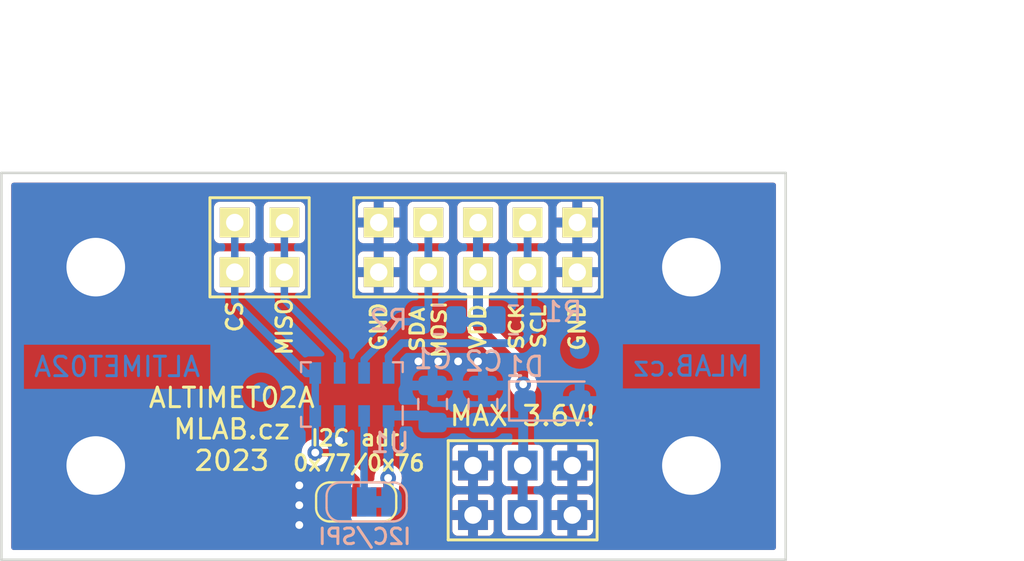
<source format=kicad_pcb>
(kicad_pcb (version 20221018) (generator pcbnew)
  (title_block (comment 2 "Digital altimeter  \\nand barometer sensor\\nwith I²C or SPI interface"))
  (layers (0 "F.Cu" signal) (31 "B.Cu" signal) (34 "B.Paste" user) (35 "F.Paste" user) (36 "B.SilkS" user "B.Silkscreen") (37 "F.SilkS" user "F.Silkscreen") (38 "B.Mask" user) (39 "F.Mask" user) (44 "Edge.Cuts" user))
  (net 0 "")
  (net 1 "VDD")
  (net 2 "MOSI{slash}SDA")
  (net 3 "MISO")
  (net 4 "CS{slash}A")
  (net 5 "/PS")
  (net 6 "GND")
  (net 7 "SCLK")
  (footprint "Mlab_Pin_Headers:Straight_2x05" (layer "F.Cu") (at 136.398 100.584 -90)
    (fp_text reference "J3" hide)
    (fp_text value "HEADER_2x05_PARALLEL" hide)
    (fp_line (start -2.54 -6.35) (end 2.54 -6.35) (stroke (width 0.15)) (layer "F.SilkS"))
    (fp_line (start -2.54 6.35) (end -2.54 -6.35) (stroke (width 0.15)) (layer "F.SilkS"))
    (fp_line (start 2.54 -6.35) (end 2.54 6.35) (stroke (width 0.15)) (layer "F.SilkS"))
    (fp_line (start 2.54 6.35) (end -2.54 6.35) (stroke (width 0.15)) (layer "F.SilkS"))
    (pad "1" thru_hole rect (at -1.27 -5.08 270) (size 1.524 1.524) (drill 0.889) (layers "*.Cu" "*.Mask" "F.SilkS") (net 6 "GND"))
    (pad "2" thru_hole rect (at 1.27 -5.08 270) (size 1.524 1.524) (drill 0.889) (layers "*.Cu" "*.Mask" "F.SilkS") (net 6 "GND"))
    (pad "3" thru_hole rect (at -1.27 -2.54 270) (size 1.524 1.524) (drill 0.889) (layers "*.Cu" "*.Mask" "F.SilkS") (net 7 "SCLK"))
    (pad "4" thru_hole rect (at 1.27 -2.54 270) (size 1.524 1.524) (drill 0.889) (layers "*.Cu" "*.Mask" "F.SilkS") (net 7 "SCLK"))
    (pad "5" thru_hole rect (at -1.27 0 270) (size 1.524 1.524) (drill 0.889) (layers "*.Cu" "*.Mask" "F.SilkS") (net 1 "VDD"))
    (pad "6" thru_hole rect (at 1.27 0 270) (size 1.524 1.524) (drill 0.889) (layers "*.Cu" "*.Mask" "F.SilkS") (net 1 "VDD"))
    (pad "7" thru_hole rect (at -1.27 2.54 270) (size 1.524 1.524) (drill 0.889) (layers "*.Cu" "*.Mask" "F.SilkS") (net 2 "MOSI{slash}SDA"))
    (pad "8" thru_hole rect (at 1.27 2.54 270) (size 1.524 1.524) (drill 0.889) (layers "*.Cu" "*.Mask" "F.SilkS") (net 2 "MOSI{slash}SDA"))
    (pad "9" thru_hole rect (at -1.27 5.08 270) (size 1.524 1.524) (drill 0.889) (layers "*.Cu" "*.Mask" "F.SilkS") (net 6 "GND"))
    (pad "10" thru_hole rect (at 1.27 5.08 270) (size 1.524 1.524) (drill 0.889) (layers "*.Cu" "*.Mask" "F.SilkS") (net 6 "GND"))
  )
  (footprint "Mlab_Pin_Headers:Straight_2x02" (layer "F.Cu") (at 125.222 100.584 -90)
    (fp_text reference "J1" hide)
    (fp_text value "HEADER_2x02_PARALLEL" hide)
    (fp_line (start -2.54 -2.54) (end 2.54 -2.54) (stroke (width 0.15)) (layer "F.SilkS"))
    (fp_line (start -2.54 2.54) (end -2.54 -2.54) (stroke (width 0.15)) (layer "F.SilkS"))
    (fp_line (start 2.54 -2.54) (end 2.54 2.54) (stroke (width 0.15)) (layer "F.SilkS"))
    (fp_line (start 2.54 2.54) (end -2.54 2.54) (stroke (width 0.15)) (layer "F.SilkS"))
    (pad "1" thru_hole rect (at -1.27 -1.27 270) (size 1.524 1.524) (drill 0.889) (layers "*.Cu" "*.Mask" "F.SilkS") (net 3 "MISO"))
    (pad "2" thru_hole rect (at 1.27 -1.27 270) (size 1.524 1.524) (drill 0.889) (layers "*.Cu" "*.Mask" "F.SilkS") (net 3 "MISO"))
    (pad "3" thru_hole rect (at -1.27 1.27 270) (size 1.524 1.524) (drill 0.889) (layers "*.Cu" "*.Mask" "F.SilkS") (net 4 "CS{slash}A"))
    (pad "4" thru_hole rect (at 1.27 1.27 270) (size 1.524 1.524) (drill 0.889) (layers "*.Cu" "*.Mask" "F.SilkS") (net 4 "CS{slash}A"))
  )
  (footprint "Mlab_Mechanical:MountingHole_3mm" (layer "F.Cu") (at 147.32 111.76)
    (fp_text reference "H1" hide)
    (fp_text value "MountingHole_Pad" hide)
    (pad "1" thru_hole circle (at 0 0) (size 6 6) (drill 3) (layers "*.Cu" "*.Mask") (net 6 "GND") (clearance 1))
  )
  (footprint "Mlab_Mechanical:MountingHole_3mm" (layer "F.Cu") (at 116.84 101.6)
    (fp_text reference "H4" hide)
    (fp_text value "MountingHole_Pad" hide)
    (pad "1" thru_hole circle (at 0 0) (size 6 6) (drill 3) (layers "*.Cu" "*.Mask") (net 6 "GND") (clearance 1))
  )
  (footprint "Mlab_Pin_Headers:Straight_2x03" (layer "F.Cu") (at 138.684 113.03 90)
    (fp_text reference "J2" hide)
    (fp_text value "HEADER_2x03_PARALLEL" hide)
    (fp_line (start -2.54 -3.81) (end 2.54 -3.81) (stroke (width 0.15)) (layer "F.SilkS"))
    (fp_line (start -2.54 3.81) (end -2.54 -3.81) (stroke (width 0.15)) (layer "F.SilkS"))
    (fp_line (start 2.54 -3.81) (end 2.54 3.81) (stroke (width 0.15)) (layer "F.SilkS"))
    (fp_line (start 2.54 3.81) (end -2.54 3.81) (stroke (width 0.15)) (layer "F.SilkS"))
    (pad "1" thru_hole rect (at -1.27 -2.54 90) (size 1.524 1.524) (drill 0.889) (layers "*.Cu" "*.Mask") (net 6 "GND"))
    (pad "2" thru_hole rect (at 1.27 -2.54 90) (size 1.524 1.524) (drill 0.889) (layers "*.Cu" "*.Mask") (net 6 "GND"))
    (pad "3" thru_hole rect (at -1.27 0 90) (size 1.524 1.524) (drill 0.889) (layers "*.Cu" "*.Mask") (net 1 "VDD"))
    (pad "4" thru_hole rect (at 1.27 0 90) (size 1.524 1.524) (drill 0.889) (layers "*.Cu" "*.Mask") (net 1 "VDD"))
    (pad "5" thru_hole rect (at -1.27 2.54 90) (size 1.524 1.524) (drill 0.889) (layers "*.Cu" "*.Mask") (net 6 "GND"))
    (pad "6" thru_hole rect (at 1.27 2.54 90) (size 1.524 1.524) (drill 0.889) (layers "*.Cu" "*.Mask") (net 6 "GND"))
  )
  (footprint "Jumper:SolderJumper-3_P1.3mm_Bridged12_RoundedPad1.0x1.5mm_NumberLabels" (layer "F.Cu") (at 130.165 113.626 180)
    (fp_text reference "JP3" hide)
    (fp_text value "SolderJumper_3_Bridged12")
    (fp_poly (pts (xy -0.9 -0.3) (xy -0.4 -0.3) (xy -0.4 0.3) (xy -0.9 0.3)) (fill solid) (layer "F.Cu"))
    (fp_line (start -2.05 0.3) (end -2.05 -0.3) (stroke (width 0.12)) (layer "F.SilkS"))
    (fp_line (start -1.4 -1) (end 1.4 -1) (stroke (width 0.12)) (layer "F.SilkS"))
    (fp_line (start 1.4 1) (end -1.4 1) (stroke (width 0.12)) (layer "F.SilkS"))
    (fp_line (start 2.05 -0.3) (end 2.05 0.3) (stroke (width 0.12)) (layer "F.SilkS"))
    (fp_arc (start -2.05 -0.3) (mid -1.844975 -0.794975) (end -1.35 -1) (stroke (width 0.12)) (layer "F.SilkS"))
    (fp_arc (start -1.35 1) (mid -1.844975 0.794975) (end -2.05 0.3) (stroke (width 0.12)) (layer "F.SilkS"))
    (fp_arc (start 1.35 -1) (mid 1.844975 -0.794975) (end 2.05 -0.3) (stroke (width 0.12)) (layer "F.SilkS"))
    (fp_arc (start 2.05 0.3) (mid 1.844975 0.794975) (end 1.35 1) (stroke (width 0.12)) (layer "F.SilkS"))
    (pad "1" smd custom (at -1.3 0 180) (size 1 0.5) (layers "F.Cu" "F.Mask") (net 1 "VDD") (options (clearance outline) (anchor rect)) (primitives (gr_poly (pts (xy 0.55 0.75) (xy 0 0.75) (xy 0 -0.75) (xy 0.55 -0.75)) (width 0) (fill yes)) (gr_circle (center 0 0.25) (end 0.5 0.25) (width 0) (fill yes)) (gr_circle (center 0 -0.25) (end 0.5 -0.25) (width 0) (fill yes))))
    (pad "2" smd rect (at 0 0 180) (size 1 1.5) (layers "F.Cu" "F.Mask") (net 4 "CS{slash}A"))
    (pad "3" smd custom (at 1.3 0 180) (size 1 0.5) (layers "F.Cu" "F.Mask") (net 6 "GND") (options (clearance outline) (anchor rect)) (primitives (gr_circle (center 0 0.25) (end 0.5 0.25) (width 0) (fill yes)) (gr_circle (center 0 -0.25) (end 0.5 -0.25) (width 0) (fill yes)) (gr_poly (pts (xy 0 0.75) (xy -0.55 0.75) (xy -0.55 -0.75) (xy 0 -0.75)) (width 0) (fill yes))))
  )
  (footprint "Mlab_Mechanical:MountingHole_3mm" (layer "F.Cu") (at 147.32 101.6)
    (fp_text reference "H3" hide)
    (fp_text value "MountingHole_Pad" hide)
    (pad "1" thru_hole circle (at 0 0) (size 6 6) (drill 3) (layers "*.Cu" "*.Mask") (net 6 "GND") (clearance 1))
  )
  (footprint "Mlab_Mechanical:MountingHole_3mm" (layer "F.Cu") (at 116.84 111.76)
    (fp_text reference "H2" hide)
    (fp_text value "MountingHole_Pad" hide)
    (pad "1" thru_hole circle (at 0 0) (size 6 6) (drill 3) (layers "*.Cu" "*.Mask") (net 6 "GND") (clearance 1))
  )
  (footprint "Resistor_SMD:R_0805_2012Metric" (layer "B.Cu") (at 138.2125 104.3)
    (fp_text reference "R1" (at 2.54 -0.414) (layer "B.SilkS") (effects (justify mirror)))
    (fp_text value "5k1")
    (fp_line (start -0.227064 -0.735) (end 0.227064 -0.735) (stroke (width 0.12)) (layer "B.SilkS"))
    (fp_line (start -0.227064 0.735) (end 0.227064 0.735) (stroke (width 0.12)) (layer "B.SilkS"))
    (pad "1" smd roundrect (at -0.9125 0) (size 1.025 1.4) (layers "B.Cu" "B.Paste" "B.Mask") (roundrect_rratio 0.243902) (net 1 "VDD"))
    (pad "2" smd roundrect (at 0.9125 0) (size 1.025 1.4) (layers "B.Cu" "B.Paste" "B.Mask") (roundrect_rratio 0.243902) (net 7 "SCLK"))
  )
  (footprint "Capacitor_SMD:C_0805_2012Metric" (layer "B.Cu") (at 136.652 108.612 90)
    (fp_text reference "C2" (at 2.186 0.0354) (layer "B.SilkS") (effects (justify mirror)))
    (fp_text value "100nF")
    (fp_line (start -0.261252 -0.735) (end 0.261252 -0.735) (stroke (width 0.12)) (layer "B.SilkS"))
    (fp_line (start -0.261252 0.735) (end 0.261252 0.735) (stroke (width 0.12)) (layer "B.SilkS"))
    (pad "1" smd roundrect (at -0.95 0 90) (size 1 1.45) (layers "B.Cu" "B.Paste" "B.Mask") (net 1 "VDD"))
    (pad "2" smd roundrect (at 0.95 0 90) (size 1 1.45) (layers "B.Cu" "B.Paste" "B.Mask") (net 6 "GND"))
  )
  (footprint "Mlab_IO:MS5611-01BA03" (layer "B.Cu") (at 129.9464 108.1224 90)
    (fp_text reference "U1" (at -2.4776 1.9536 180) (layer "B.SilkS") (effects (justify mirror)))
    (fp_text value "MS5611-01BA")
    (fp_line (start -1.65 -2.6) (end -1.65 -2.1) (stroke (width 0.12)) (layer "B.SilkS"))
    (fp_line (start -1.55 2.6) (end -0.6 2.6) (stroke (width 0.12)) (layer "B.SilkS"))
    (fp_line (start -1.15 -2.6) (end -1.65 -2.6) (stroke (width 0.12)) (layer "B.SilkS"))
    (fp_line (start 1.15 2.6) (end 1.65 2.6) (stroke (width 0.12)) (layer "B.SilkS"))
    (fp_line (start 1.65 -2.6) (end 1.15 -2.6) (stroke (width 0.12)) (layer "B.SilkS"))
    (fp_line (start 1.65 -2.1) (end 1.65 -2.6) (stroke (width 0.12)) (layer "B.SilkS"))
    (fp_line (start 1.65 2.6) (end 1.65 2.1) (stroke (width 0.12)) (layer "B.SilkS"))
    (pad "1" smd rect (at -1.1 1.875 90) (size 1.1 0.6) (layers "B.Cu" "B.Paste" "B.Mask") (net 1 "VDD"))
    (pad "2" smd rect (at -1.1 0.625 90) (size 1.1 0.6) (layers "B.Cu" "B.Paste" "B.Mask") (net 5 "/PS"))
    (pad "3" smd rect (at -1.1 -0.625 90) (size 1.1 0.6) (layers "B.Cu" "B.Paste" "B.Mask") (net 6 "GND"))
    (pad "4" smd rect (at -1.1 -1.875 90) (size 1.1 0.6) (layers "B.Cu" "B.Paste" "B.Mask") (net 4 "CS{slash}A"))
    (pad "5" smd rect (at 1.1 -1.875 90) (size 1.1 0.6) (layers "B.Cu" "B.Paste" "B.Mask") (net 4 "CS{slash}A"))
    (pad "6" smd rect (at 1.1 -0.625 90) (size 1.1 0.6) (layers "B.Cu" "B.Paste" "B.Mask") (net 3 "MISO"))
    (pad "7" smd rect (at 1.1 0.625 90) (size 1.1 0.6) (layers "B.Cu" "B.Paste" "B.Mask") (net 2 "MOSI{slash}SDA"))
    (pad "8" smd rect (at 1.1 1.875 90) (size 1.1 0.6) (layers "B.Cu" "B.Paste" "B.Mask") (net 7 "SCLK"))
  )
  (footprint "Diode_SMD:D_SOD-123F" (layer "B.Cu") (at 140.2 108.458)
    (fp_text reference "D1" (at -1.4 -1.758 180) (layer "B.SilkS") (effects (justify mirror)))
    (fp_text value "BZT52H-C3V6,115")
    (fp_line (start -2.21 -1) (end 1.65 -1) (stroke (width 0.12)) (layer "B.SilkS"))
    (fp_line (start -2.21 1) (end -2.21 -1) (stroke (width 0.12)) (layer "B.SilkS"))
    (fp_line (start -2.21 1) (end 1.65 1) (stroke (width 0.12)) (layer "B.SilkS"))
    (pad "1" smd roundrect (at -1.4 0) (size 1.1 1.1) (layers "B.Cu" "B.Paste" "B.Mask") (roundrect_rratio 0.2272727273) (net 1 "VDD"))
    (pad "2" smd roundrect (at 1.4 0) (size 1.1 1.1) (layers "B.Cu" "B.Paste" "B.Mask") (roundrect_rratio 0.2272727273) (net 6 "GND"))
  )
  (footprint "Fiducial:Fiducial_1mm_Mask2mm" (layer "B.Cu") (at 125.3 108 180)
    (fp_text reference "FID2" hide)
    (fp_text value "Fiducial")
    (pad "" smd circle (at 0 0 180) (size 1 1) (layers "B.Cu" "B.Mask") (clearance 0.5))
  )
  (footprint "Resistor_SMD:R_0805_2012Metric" (layer "B.Cu") (at 134.366 104.3 180)
    (fp_text reference "R2" (at 2.54 0) (layer "B.SilkS") (effects (justify mirror)))
    (fp_text value "5k1")
    (fp_line (start -0.227064 -0.735) (end 0.227064 -0.735) (stroke (width 0.12)) (layer "B.SilkS"))
    (fp_line (start -0.227064 0.735) (end 0.227064 0.735) (stroke (width 0.12)) (layer "B.SilkS"))
    (pad "1" smd roundrect (at -0.9125 0 180) (size 1.025 1.4) (layers "B.Cu" "B.Paste" "B.Mask") (roundrect_rratio 0.243902) (net 1 "VDD"))
    (pad "2" smd roundrect (at 0.9125 0 180) (size 1.025 1.4) (layers "B.Cu" "B.Paste" "B.Mask") (roundrect_rratio 0.243902) (net 2 "MOSI{slash}SDA"))
  )
  (footprint "Fiducial:Fiducial_1mm_Mask2mm" (layer "B.Cu") (at 141.6 105.8 180)
    (fp_text reference "FID1" hide)
    (fp_text value "Fiducial")
    (pad "" smd circle (at 0 0 180) (size 1 1) (layers "B.Cu" "B.Mask") (clearance 0.5))
  )
  (footprint "Capacitor_SMD:C_0805_2012Metric" (layer "B.Cu") (at 134.0766 108.612 90)
    (fp_text reference "C1" (at 2.312 0.0234 180) (layer "B.SilkS") (effects (justify mirror)))
    (fp_text value "10uF")
    (fp_line (start -0.261252 -0.735) (end 0.261252 -0.735) (stroke (width 0.12)) (layer "B.SilkS"))
    (fp_line (start -0.261252 0.735) (end 0.261252 0.735) (stroke (width 0.12)) (layer "B.SilkS"))
    (pad "1" smd roundrect (at -0.95 0 90) (size 1 1.45) (layers "B.Cu" "B.Paste" "B.Mask") (net 1 "VDD"))
    (pad "2" smd roundrect (at 0.95 0 90) (size 1 1.45) (layers "B.Cu" "B.Paste" "B.Mask") (net 6 "GND"))
  )
  (footprint "Jumper:SolderJumper-3_P1.3mm_Bridged12_RoundedPad1.0x1.5mm_NumberLabels" (layer "B.Cu") (at 130.7 113.626 180)
    (fp_text reference "JP1" hide)
    (fp_text value "SolderJumper_3_Bridged12")
    (fp_poly (pts (xy -0.9 0.3) (xy -0.4 0.3) (xy -0.4 -0.3) (xy -0.9 -0.3)) (fill solid) (layer "B.Cu"))
    (fp_line (start -2.05 -0.3) (end -2.05 0.3) (stroke (width 0.12)) (layer "B.SilkS"))
    (fp_line (start -1.4 1) (end 1.4 1) (stroke (width 0.12)) (layer "B.SilkS"))
    (fp_line (start 1.4 -1) (end -1.4 -1) (stroke (width 0.12)) (layer "B.SilkS"))
    (fp_line (start 2.05 0.3) (end 2.05 -0.3) (stroke (width 0.12)) (layer "B.SilkS"))
    (fp_arc (start -2.05 -0.3) (mid -1.844975 -0.794975) (end -1.35 -1) (stroke (width 0.12)) (layer "B.SilkS"))
    (fp_arc (start -1.35 1) (mid -1.844975 0.794975) (end -2.05 0.3) (stroke (width 0.12)) (layer "B.SilkS"))
    (fp_arc (start 1.35 -1) (mid 1.844975 -0.794975) (end 2.05 -0.3) (stroke (width 0.12)) (layer "B.SilkS"))
    (fp_arc (start 2.05 0.3) (mid 1.844975 0.794975) (end 1.35 1) (stroke (width 0.12)) (layer "B.SilkS"))
    (pad "1" smd custom (at -1.3 0 180) (size 1 0.5) (layers "B.Cu" "B.Mask") (net 1 "VDD") (options (clearance outline) (anchor rect)) (primitives (gr_poly (pts (xy 0.55 -0.75) (xy 0 -0.75) (xy 0 0.75) (xy 0.55 0.75)) (width 0) (fill yes)) (gr_circle (center 0 -0.25) (end 0.5 -0.25) (width 0) (fill yes)) (gr_circle (center 0 0.25) (end 0.5 0.25) (width 0) (fill yes))))
    (pad "2" smd rect (at 0 0 180) (size 1 1.5) (layers "B.Cu" "B.Mask") (net 5 "/PS"))
    (pad "3" smd custom (at 1.3 0 180) (size 1 0.5) (layers "B.Cu" "B.Mask") (net 6 "GND") (options (clearance outline) (anchor rect)) (primitives (gr_circle (center 0 -0.25) (end 0.5 -0.25) (width 0) (fill yes)) (gr_circle (center 0 0.25) (end 0.5 0.25) (width 0) (fill yes)) (gr_poly (pts (xy 0 -0.75) (xy -0.55 -0.75) (xy -0.55 0.75) (xy 0 0.75)) (width 0) (fill yes))))
  )
  (gr_line (start 112.014 116.586) (end 112.014 96.774) (stroke (width 0.127)) (layer "Edge.Cuts"))
  (gr_line (start 112.014 96.774) (end 152.146 96.774) (stroke (width 0.127)) (layer "Edge.Cuts"))
  (gr_line (start 152.146 116.586) (end 112.014 116.586) (stroke (width 0.127)) (layer "Edge.Cuts"))
  (gr_line (start 152.146 96.774) (end 152.146 116.586) (stroke (width 0.127)) (layer "Edge.Cuts"))
  (gr_text "MLAB.cz" (at 147.32 106.68) (layer "B.Cu") (effects (font (size 1 1)) (justify mirror)))
  (gr_text "ALTIMET02A" (at 117.9322 106.7054) (layer "B.Cu") (effects (font (size 1 1)) (justify mirror)))
  (gr_text "I2C/SPI" (at 130.6 115.4) (layer "B.SilkS") (effects (font (size 0.8 0.8)) (justify mirror)))
  (gr_text "SDA\nMOSI" (at 133.858 104.8 90) (layer "F.SilkS") (effects (font (size 0.7 0.8))))
  (gr_text "CS" (at 123.952 104.14 90) (layer "F.SilkS") (effects (font (size 0.8 0.8))))
  (gr_text "GND" (at 141.478 104.648 90) (layer "F.SilkS") (effects (font (size 0.8 0.8))))
  (gr_text "SCK\nSCL\n" (at 138.938 104.648 90) (layer "F.SilkS") (effects (font (size 0.7 0.8))))
  (gr_text "VDD" (at 136.398 104.648 90) (layer "F.SilkS") (effects (font (size 0.8 0.8))))
  (gr_text "MAX 3.6V!" (at 138.684 109.22) (layer "F.SilkS") (effects (font (size 1 1))))
  (gr_text "I2C adr.\n0x77/0x76" (at 130.302 110.998) (layer "F.SilkS") (effects (font (size 0.8 0.8))))
  (gr_text "GND" (at 131.318 104.648 90) (layer "F.SilkS") (effects (font (size 0.8 0.8))))
  (gr_text "ALTIMET02A\nMLAB.cz\n2023" (at 123.8 109.9) (layer "F.SilkS") (effects (font (size 1 1))))
  (gr_text "MISO" (at 126.492 104.648 90) (layer "F.SilkS") (effects (font (size 0.8 0.8))))
  (segment (start 131.8 112.4) (end 131.8 113.291) (width 0.508) (layer "F.Cu") (net 1))
  (segment (start 138.712 107.6) (end 138.712 106.962) (width 0.508) (layer "F.Cu") (net 1))
  (segment (start 136.398 104.648) (end 136.398 101.854) (width 0.508) (layer "F.Cu") (net 1))
  (segment (start 131.8 113.291) (end 131.465 113.626) (width 0.508) (layer "F.Cu") (net 1))
  (segment (start 138.712 106.962) (end 136.398 104.648) (width 0.508) (layer "F.Cu") (net 1))
  (via (at 131.8 112.4) (size 0.8) (drill 0.4) (layers "F.Cu" "B.Cu") (net 1))
  (via (at 138.712 107.6) (size 0.8) (drill 0.4) (layers "F.Cu" "B.Cu") (net 1))
  (segment (start 136.398 101.854) (end 136.4 101.856) (width 0.508) (layer "B.Cu") (net 1))
  (segment (start 131.8214 112.4214) (end 131.8214 113.4474) (width 0.508) (layer "B.Cu") (net 1))
  (segment (start 136.4 101.856) (end 136.4 104.392) (width 0.508) (layer "B.Cu") (net 1))
  (segment (start 138.712 109.562) (end 136.3626 109.562) (width 0.508) (layer "B.Cu") (net 1))
  (segment (start 131.824 109.2) (end 131.8214 109.1974) (width 0.508) (layer "B.Cu") (net 1))
  (segment (start 136.398 104.394) (end 135.2785 104.394) (width 0.508) (layer "B.Cu") (net 1))
  (segment (start 133.7146 109.2) (end 131.824 109.2) (width 0.508) (layer "B.Cu") (net 1))
  (segment (start 136.4 104.392) (end 136.398 104.394) (width 0.508) (layer "B.Cu") (net 1))
  (segment (start 138.712 107.6) (end 138.712 108.458) (width 0.508) (layer "B.Cu") (net 1))
  (segment (start 136.398 104.394) (end 137.5175 104.394) (width 0.508) (layer "B.Cu") (net 1))
  (segment (start 134.0766 109.562) (end 136.3626 109.562) (width 0.508) (layer "B.Cu") (net 1))
  (segment (start 131.8214 109.1974) (end 131.8214 112.3786) (width 0.508) (layer "B.Cu") (net 1))
  (segment (start 138.712 111.732) (end 138.684 111.76) (width 0.508) (layer "B.Cu") (net 1))
  (segment (start 138.684 111.76) (end 138.684 114.3) (width 0.508) (layer "B.Cu") (net 1))
  (segment (start 138.712 108.458) (end 138.712 111.732) (width 0.508) (layer "B.Cu") (net 1))
  (segment (start 131.8214 113.4474) (end 132 113.626) (width 0.508) (layer "B.Cu") (net 1))
  (segment (start 131.8 112.4) (end 131.8214 112.4214) (width 0.508) (layer "B.Cu") (net 1))
  (segment (start 136.398 99.314) (end 136.398 101.854) (width 0.508) (layer "B.Cu") (net 1))
  (segment (start 131.8214 112.3786) (end 131.8 112.4) (width 0.508) (layer "B.Cu") (net 1))
  (segment (start 134.0766 109.562) (end 133.7146 109.2) (width 0.508) (layer "B.Cu") (net 1))
  (segment (start 133.858 103.9895) (end 133.4535 104.394) (width 0.4) (layer "B.Cu") (net 2))
  (segment (start 132.506 104.394) (end 133.4535 104.394) (width 0.381) (layer "B.Cu") (net 2))
  (segment (start 133.858 101.854) (end 133.858 103.9895) (width 0.4) (layer "B.Cu") (net 2))
  (segment (start 133.858 99.314) (end 133.858 101.854) (width 0.4) (layer "B.Cu") (net 2))
  (segment (start 130.5714 107.0474) (end 130.5714 106.3286) (width 0.381) (layer "B.Cu") (net 2))
  (segment (start 130.5714 106.3286) (end 132.506 104.394) (width 0.381) (layer "B.Cu") (net 2))
  (segment (start 126.492 101.854) (end 126.492 99.314) (width 0.381) (layer "B.Cu") (net 3))
  (segment (start 126.492 103.251) (end 126.492 101.854) (width 0.381) (layer "B.Cu") (net 3))
  (segment (start 129.3214 106.0804) (end 126.492 103.251) (width 0.381) (layer "B.Cu") (net 3))
  (segment (start 129.3214 107.0474) (end 129.3214 106.0804) (width 0.381) (layer "B.Cu") (net 3))
  (segment (start 130.165 112.495) (end 130.165 113.626) (width 0.381) (layer "F.Cu") (net 4))
  (segment (start 128.0714 111.1) (end 128.77 111.1) (width 0.381) (layer "F.Cu") (net 4))
  (segment (start 128.77 111.1) (end 130.165 112.495) (width 0.381) (layer "F.Cu") (net 4))
  (via (at 128.0714 111.1) (size 0.8) (drill 0.4) (layers "F.Cu" "B.Cu") (net 4))
  (segment (start 128.0714 111.1) (end 128.0714 109.1974) (width 0.381) (layer "B.Cu") (net 4))
  (segment (start 123.952 103.378) (end 123.952 101.854) (width 0.381) (layer "B.Cu") (net 4))
  (segment (start 127.6214 107.0474) (end 123.952 103.378) (width 0.381) (layer "B.Cu") (net 4))
  (segment (start 128.0714 107.0474) (end 127.6214 107.0474) (width 0.381) (layer "B.Cu") (net 4))
  (segment (start 128.0714 109.1974) (end 128.0714 107.0474) (width 0.381) (layer "B.Cu") (net 4))
  (segment (start 123.952 101.854) (end 123.952 99.314) (width 0.381) (layer "B.Cu") (net 4))
  (segment (start 130.5714 113.4974) (end 130.7 113.626) (width 0.381) (layer "B.Cu") (net 5))
  (segment (start 130.5714 109.1974) (end 130.5714 113.4974) (width 0.381) (layer "B.Cu") (net 5))
  (via (at 127.254 114.808) (size 0.8) (drill 0.4) (layers "F.Cu" "B.Cu") (net 6))
  (via (at 133.35 106.426) (size 0.8) (drill 0.4) (layers "F.Cu" "B.Cu") (net 6))
  (via (at 134.366 106.426) (size 0.8) (drill 0.4) (layers "F.Cu" "B.Cu") (net 6))
  (via (at 136.398 106.426) (size 0.8) (drill 0.4) (layers "F.Cu" "B.Cu") (net 6))
  (via (at 127.254 112.776) (size 0.8) (drill 0.4) (layers "F.Cu" "B.Cu") (net 6))
  (via (at 135.382 106.426) (size 0.8) (drill 0.4) (layers "F.Cu" "B.Cu") (net 6))
  (via (at 129.286 110.49) (size 0.8) (drill 0.4) (layers "F.Cu" "B.Cu") (net 6))
  (via (at 127.254 113.792) (size 0.8) (drill 0.4) (layers "F.Cu" "B.Cu") (net 6))
  (segment (start 129.286 109.2578) (end 129.3214 109.2224) (width 0.25) (layer "B.Cu") (net 6))
  (segment (start 129.286 110.49) (end 129.286 109.2578) (width 0.25) (layer "B.Cu") (net 6))
  (segment (start 138.938 103.9895) (end 138.938 105.162) (width 0.4) (layer "B.Cu") (net 7))
  (segment (start 138.938 101.854) (end 138.938 103.9895) (width 0.4) (layer "B.Cu") (net 7))
  (segment (start 138.938 103.9895) (end 139.3425 104.394) (width 0.4) (layer "B.Cu") (net 7))
  (segment (start 138.938 99.314) (end 138.938 101.854) (width 0.4) (layer "B.Cu") (net 7))
  (segment (start 132.504 105.494) (end 131.8214 106.1766) (width 0.4) (layer "B.Cu") (net 7))
  (segment (start 138.938 105.162) (end 138.606 105.494) (width 0.4) (layer "B.Cu") (net 7))
  (segment (start 131.8214 107.0474) (end 131.8214 106.1766) (width 0.381) (layer "B.Cu") (net 7))
  (segment (start 138.606 105.494) (end 132.504 105.494) (width 0.4) (layer "B.Cu") (net 7))
  (zone (net 6) (net_name "GND") (layers "F&B.Cu") (connect_pads (clearance 0.3)) (min_thickness 0.25) (fill yes (thermal_gap 0.3) (thermal_bridge_width 0.5))
    (polygon (pts (xy 112.1 96.9) (xy 152.1 96.8) (xy 152.1 116.5) (xy 112.1 116.5)))
  )
  (zone (net 0) (net_name "") (layer "B.Cu") (connect_pads (clearance 0)) (min_thickness 0.25)
    (keepout (tracks allowed) (vias allowed) (pads allowed) (copperpour not_allowed) (footprints allowed))
    (fill (thermal_gap 0.5) (thermal_bridge_width 0.5))
    (polygon (pts (xy 127.762 106.426) (xy 132.334 106.426) (xy 132.334 109.728) (xy 127.762 109.728)))
  )
)
</source>
